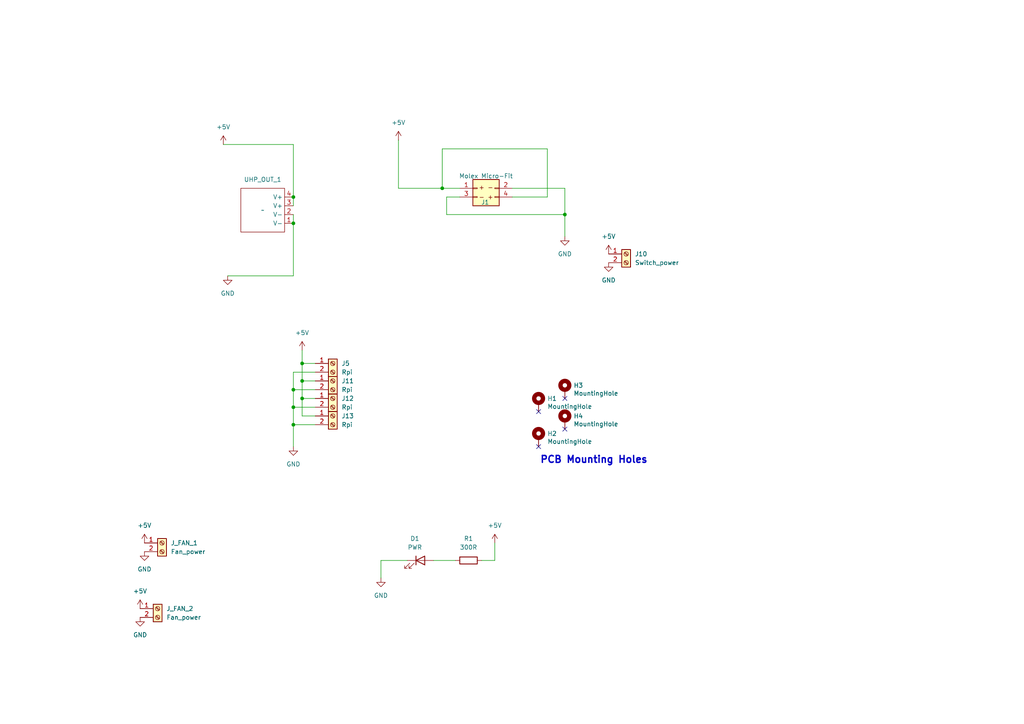
<source format=kicad_sch>
(kicad_sch (version 20231120) (generator "eeschema") (generator_version "8.0")
  (paper "A4")
  (lib_symbols
    (symbol "+5V_1" (power) (pin_numbers hide) (pin_names (offset 0) hide)
      (property "Value" "+5V" (at 0 3.556 0))
      (symbol "+5V_1_0_1"
        (polyline (pts (xy -0.762 1.27) (xy 0 2.54)))
        (polyline (pts (xy 0 0) (xy 0 2.54)))
        (polyline (pts (xy 0 2.54) (xy 0.762 1.27)))
      )
      (symbol "+5V_1_1_1"
        (pin power_in line (at 0 0 90) (length 0) (name "~") (number "1"))
      )
    )
    (symbol "Connector:Screw_Terminal_01x02" (pin_names (offset 1.016) hide)
      (property "Reference" "J" (at 0 2.54 0))
      (property "Value" "Screw_Terminal_01x02" (at 0 -5.08 0))
      (symbol "Screw_Terminal_01x02_1_1"
        (rectangle (start -1.27 1.27) (end 1.27 -3.81) (stroke (width 0.254)) (fill (type background)))
        (circle (center 0 -2.54) (radius 0.635) (stroke (width 0.1524)))
        (polyline (pts (xy -0.5334 -2.2098) (xy 0.3302 -3.048)) (stroke (width 0.1524)))
        (polyline (pts (xy -0.5334 0.3302) (xy 0.3302 -0.508)) (stroke (width 0.1524)))
        (polyline (pts (xy -0.3556 -2.032) (xy 0.508 -2.8702)) (stroke (width 0.1524)))
        (polyline (pts (xy -0.3556 0.508) (xy 0.508 -0.3302)) (stroke (width 0.1524)))
        (circle (center 0 0) (radius 0.635) (stroke (width 0.1524)))
        (pin passive line (at -5.08 0 0) (length 3.81) (name "Pin_1") (number "1"))
        (pin passive line (at -5.08 -2.54 0) (length 3.81) (name "Pin_2") (number "2"))
      )
    )
    (symbol "Connector_Generic:Conn_02x02_Odd_Even" (pin_names (offset 1.016) hide)
      (property "Reference" "J1" (at -0.254 -2.794 0))
      (property "Value" "Molex Micro-Fit" (at 0 4.826 0))
      (symbol "Conn_02x02_Odd_Even_1_1"
        (rectangle (start -3.81 -1.143) (end -2.54 -1.397) (stroke (width 0.1524)))
        (rectangle (start -3.81 1.397) (end -2.54 1.143) (stroke (width 0.1524)))
        (rectangle (start -3.81 3.81) (end 3.81 -3.81) (stroke (width 0.254)) (fill (type background)))
        (rectangle (start 2.54 1.397) (end 3.81 1.143) (stroke (width 0.1524)))
        (rectangle (start 3.81 -1.143) (end 2.54 -1.397) (stroke (width 0.1524)))
        (text "+" (at -1.27 1.524 0) (effects (font (size 1.27 1.27))))
        (text "+" (at 1.27 -1.27 0) (effects (font (size 1.27 1.27))))
        (text "-" (at -1.27 -1.27 0) (effects (font (size 1.27 1.27))))
        (text "-" (at 1.27 1.524 0) (effects (font (size 1.27 1.27))))
        (pin power_in line (at -7.62 1.27 0) (length 3.81) (name "5V") (number "1"))
        (pin power_in line (at 7.62 1.27 180) (length 3.81) (name "GND") (number "2"))
        (pin power_in line (at -7.62 -1.27 0) (length 3.81) (name "GND") (number "3"))
        (pin power_in line (at 7.62 -1.27 180) (length 3.81) (name "Pin_4") (number "4"))
      )
    )
    (symbol "Device:LED" (pin_numbers hide) (pin_names (offset 1.016) hide)
      (property "Reference" "D" (at 0 2.54 0))
      (property "Value" "LED" (at 0 -2.54 0))
      (symbol "LED_0_1"
        (polyline (pts (xy -1.27 -1.27) (xy -1.27 1.27)) (stroke (width 0.254)))
        (polyline (pts (xy -1.27 0) (xy 1.27 0)))
        (polyline (pts (xy 1.27 -1.27) (xy 1.27 1.27) (xy -1.27 0) (xy 1.27 -1.27)) (stroke (width 0.254)))
        (polyline (pts (xy -3.048 -0.762) (xy -4.572 -2.286) (xy -3.81 -2.286) (xy -4.572 -2.286) (xy -4.572 -1.524)))
        (polyline (pts (xy -1.778 -0.762) (xy -3.302 -2.286) (xy -2.54 -2.286) (xy -3.302 -2.286) (xy -3.302 -1.524)))
      )
      (symbol "LED_1_1"
        (pin passive line (at -3.81 0 0) (length 2.54) (name "K") (number "1"))
        (pin passive line (at 3.81 0 180) (length 2.54) (name "A") (number "2"))
      )
    )
    (symbol "Device:R" (pin_numbers hide) (pin_names (offset 0))
      (property "Reference" "R" (at 2.032 0 90))
      (property "Value" "R" (at 0 0 90))
      (symbol "R_0_1"
        (rectangle (start -1.016 -2.54) (end 1.016 2.54) (stroke (width 0.254)))
      )
      (symbol "R_1_1"
        (pin passive line (at 0 3.81 270) (length 1.27) (name "~") (number "1"))
        (pin passive line (at 0 -3.81 90) (length 1.27) (name "~") (number "2"))
      )
    )
    (symbol "Mechanical:MountingHole_Pad" (pin_numbers hide) (pin_names (offset 1.016) hide) (exclude_from_sim yes) (in_bom no)
      (property "Reference" "H" (at 0 6.35 0))
      (property "Value" "MountingHole_Pad" (at 0 4.445 0))
      (symbol "MountingHole_Pad_0_1"
        (circle (center 0 1.27) (radius 1.27) (stroke (width 1.27)))
      )
      (symbol "MountingHole_Pad_1_1"
        (pin input line (at 0 -2.54 90) (length 2.54) (name "1") (number "1"))
      )
    )
    (symbol "power:+5V" (power) (pin_names (offset 0))
      (property "Value" "+5V" (at 0 3.556 0))
      (symbol "+5V_0_1"
        (polyline (pts (xy -0.762 1.27) (xy 0 2.54)))
        (polyline (pts (xy 0 0) (xy 0 2.54)))
        (polyline (pts (xy 0 2.54) (xy 0.762 1.27)))
      )
      (symbol "+5V_1_1"
        (pin power_in line (at 0 0 90) (length 0) hide (name "+5V") (number "1"))
      )
    )
    (symbol "power:GND" (power) (pin_names (offset 0))
      (property "Value" "GND" (at 0 -3.81 0))
      (symbol "GND_0_1"
        (polyline (pts (xy 0 0) (xy 0 -1.27) (xy 1.27 -1.27) (xy 0 -2.54) (xy -1.27 -1.27) (xy 0 -1.27)))
      )
      (symbol "GND_1_1"
        (pin power_in line (at 0 0 270) (length 0) hide (name "GND") (number "1"))
      )
    )
    (symbol "power_supply:UPH-200A-5_output"
      (property "Reference" "UHP_OUT" (at 0 8.89 0))
      (property "Value" "~" (at 0 0 0))
      (symbol "UPH-200A-5_output_0_1"
        (rectangle (start -6.35 6.35) (end 6.35 -6.35))
      )
      (symbol "UPH-200A-5_output_1_1"
        (pin power_out line (at 8.89 -3.81 180) (length 2.54) (name "V-") (number "1"))
        (pin passive line (at 8.89 -1.27 180) (length 2.54) (name "V-") (number "2"))
        (pin passive line (at 8.89 1.27 180) (length 2.54) (name "V+") (number "3"))
        (pin power_out line (at 8.89 3.81 180) (length 2.54) (name "V+") (number "4"))
      )
    )
  )
  (junction (at 85.09 113.03))
  (junction (at 85.09 118.11))
  (junction (at 87.63 110.49))
  (junction (at 85.09 64.77))
  (junction (at 163.83 62.23))
  (junction (at 87.63 105.41))
  (junction (at 128.27 54.61))
  (junction (at 85.09 123.19))
  (junction (at 85.09 57.15))
  (junction (at 87.63 115.57))
  (no_connect (at 163.83 124.46))
  (no_connect (at 156.21 129.54))
  (no_connect (at 163.83 115.57))
  (no_connect (at 156.21 119.38))
  (wire (pts (xy 133.35 57.15) (xy 129.54 57.15)))
  (wire (pts (xy 85.09 118.11) (xy 85.09 123.19)))
  (wire (pts (xy 91.44 107.95) (xy 85.09 107.95)))
  (wire (pts (xy 85.09 113.03) (xy 91.44 113.03)))
  (wire (pts (xy 87.63 105.41) (xy 87.63 110.49)))
  (wire (pts (xy 64.77 41.91) (xy 85.09 41.91)))
  (wire (pts (xy 128.27 43.18) (xy 128.27 54.61)))
  (wire (pts (xy 110.49 162.56) (xy 110.49 167.64)))
  (wire (pts (xy 87.63 101.6) (xy 87.63 105.41)))
  (wire (pts (xy 125.73 162.56) (xy 132.08 162.56)))
  (wire (pts (xy 148.59 57.15) (xy 158.75 57.15)))
  (wire (pts (xy 87.63 110.49) (xy 87.63 115.57)))
  (wire (pts (xy 139.7 162.56) (xy 143.51 162.56)))
  (wire (pts (xy 91.44 120.65) (xy 87.63 120.65)))
  (wire (pts (xy 143.51 157.48) (xy 143.51 162.56)))
  (wire (pts (xy 128.27 54.61) (xy 115.57 54.61)))
  (wire (pts (xy 85.09 57.15) (xy 85.09 41.91)))
  (wire (pts (xy 66.04 80.01) (xy 85.09 80.01)))
  (wire (pts (xy 85.09 62.23) (xy 85.09 64.77)))
  (wire (pts (xy 163.83 62.23) (xy 163.83 68.58)))
  (wire (pts (xy 133.35 54.61) (xy 128.27 54.61)))
  (wire (pts (xy 148.59 54.61) (xy 163.83 54.61)))
  (wire (pts (xy 85.09 123.19) (xy 91.44 123.19)))
  (wire (pts (xy 129.54 57.15) (xy 129.54 62.23)))
  (wire (pts (xy 87.63 115.57) (xy 87.63 120.65)))
  (wire (pts (xy 163.83 54.61) (xy 163.83 62.23)))
  (wire (pts (xy 85.09 118.11) (xy 91.44 118.11)))
  (wire (pts (xy 118.11 162.56) (xy 110.49 162.56)))
  (wire (pts (xy 87.63 105.41) (xy 91.44 105.41)))
  (wire (pts (xy 115.57 40.64) (xy 115.57 54.61)))
  (wire (pts (xy 85.09 113.03) (xy 85.09 118.11)))
  (wire (pts (xy 85.09 59.69) (xy 85.09 57.15)))
  (wire (pts (xy 129.54 62.23) (xy 163.83 62.23)))
  (wire (pts (xy 87.63 115.57) (xy 91.44 115.57)))
  (wire (pts (xy 85.09 123.19) (xy 85.09 129.54)))
  (wire (pts (xy 85.09 107.95) (xy 85.09 113.03)))
  (wire (pts (xy 87.63 110.49) (xy 91.44 110.49)))
  (wire (pts (xy 85.09 64.77) (xy 85.09 80.01)))
  (wire (pts (xy 158.75 57.15) (xy 158.75 43.18)))
  (wire (pts (xy 158.75 43.18) (xy 128.27 43.18)))
  (text "PCB Mounting Holes" (at 187.96 134.62 0) (effects (font (size 2.0066 2.0066) (thickness 0.4013) (bold yes)) (justify right bottom)))
  (symbol (lib_id "Mechanical:MountingHole_Pad") (at 163.83 121.92 0) (unit 1)
    (property "Reference" "H4" (at 166.37 120.6754 0) (effects (justify left)))
    (property "Value" "MountingHole" (at 166.37 122.9868 0) (effects (justify left)))
    (property "Footprint" "MountingHole:MountingHole_2.2mm_M2_Pad_Via" (effects (hide yes)))
  )
  (symbol (lib_id "power_supply:UPH-200A-5_output") (at 76.2 60.96 0) (unit 1)
    (property "Reference" "UHP_OUT_1" (at 76.2 52.07 0))
    (property "Value" "~" (at 76.2 60.96 0))
    (property "Footprint" "power_supply:UHP-200A-5_output" (effects (hide yes)))
  )
  (symbol (lib_id "power:+5V") (at 64.77 41.91 0) (unit 1)
    (property "Reference" "#PWR06" (effects (hide yes)))
    (property "Value" "+5V" (at 64.77 36.83 0))
  )
  (symbol (lib_id "power:+5V") (at 143.51 157.48 0) (unit 1)
    (property "Reference" "#PWR010" (effects (hide yes)))
    (property "Value" "+5V" (at 143.51 152.4 0))
  )
  (symbol (lib_id "Connector_Generic:Conn_02x02_Odd_Even") (at 140.97 55.88 0) (unit 1)
    (property "Reference" "J1" (at 140.716 58.674 0))
    (property "Value" "Molex Micro-Fit" (at 140.97 51.054 0))
    (property "Footprint" "Connector_Molex:Molex_Micro-Fit_3.0_43045-0400_2x02_P3.00mm_Horizontal" (effects (hide yes)))
    (property "Description" "Generic connector, double row, 02x02, odd/even pin numbering scheme (row 1 odd numbers, row 2 even numbers), script generated (kicad-library-utils/schlib/autogen/connector/)" (effects (hide yes)))
    (property "LCSC" "C122413" (effects (hide yes)))
  )
  (symbol (lib_id "power:GND") (at 110.49 167.64 0) (unit 1)
    (property "Reference" "#PWR09" (effects (hide yes)))
    (property "Value" "GND" (at 110.49 172.72 0))
  )
  (symbol (lib_id "power:+5V") (at 41.91 157.48 0) (unit 1)
    (property "Reference" "#PWR03" (effects (hide yes)))
    (property "Value" "+5V" (at 41.91 152.4 0))
  )
  (symbol (lib_id "Mechanical:MountingHole_Pad") (at 156.21 116.84 0) (unit 1)
    (property "Reference" "H1" (at 158.75 115.5954 0) (effects (justify left)))
    (property "Value" "MountingHole" (at 158.75 117.9068 0) (effects (justify left)))
    (property "Footprint" "MountingHole:MountingHole_2.2mm_M2_Pad_Via" (effects (hide yes)))
  )
  (symbol (lib_id "power:GND") (at 176.53 76.2 0) (unit 1)
    (property "Reference" "#PWR013" (effects (hide yes)))
    (property "Value" "GND" (at 176.53 81.28 0))
  )
  (symbol (lib_id "power:+5V") (at 87.63 101.6 0) (unit 1)
    (property "Reference" "#PWR014" (effects (hide yes)))
    (property "Value" "+5V" (at 87.63 96.52 0))
  )
  (symbol (lib_id "Connector:Screw_Terminal_01x02") (at 96.52 115.57 0) (unit 1)
    (property "Reference" "J12" (at 99.06 115.57 0) (effects (justify left)))
    (property "Value" "Rpi" (at 99.06 118.11 0) (effects (justify left)))
    (property "Footprint" "TerminalBlock_Phoenix:TerminalBlock_Phoenix_MKDS-1,5-2-5.08_1x02_P5.08mm_Horizontal" (effects (hide yes)))
    (property "link" "https://www.distrelec.ch/en/pcb-terminal-block-tht-08mm-pitch-right-angle-screw-poles-phoenix-contact-1729128/p/14845038?trackQuery=cat-DNAV_PL_041112&pos=158&origPos=3&origPageSize=50&track=true&filterapplied=filter_Manufacturer%3DPhoenix+Contact%26filter_Poles%3D2&sid=bb54ffdf67571d7f8ae2c5ccfd0dc2f2bae3128c&itemList=category" (effects (hide yes)))
  )
  (symbol (lib_id "Mechanical:MountingHole_Pad") (at 163.83 113.03 0) (unit 1)
    (property "Reference" "H3" (at 166.37 111.7854 0) (effects (justify left)))
    (property "Value" "MountingHole" (at 166.37 114.0968 0) (effects (justify left)))
    (property "Footprint" "MountingHole:MountingHole_2.2mm_M2_Pad_Via" (effects (hide yes)))
  )
  (symbol (lib_id "power:GND") (at 41.91 160.02 0) (unit 1)
    (property "Reference" "#PWR01" (effects (hide yes)))
    (property "Value" "GND" (at 41.91 165.1 0))
  )
  (symbol (lib_id "power:GND") (at 40.64 179.07 0) (unit 1)
    (property "Reference" "#PWR02" (effects (hide yes)))
    (property "Value" "GND" (at 40.64 184.15 0))
  )
  (symbol (lib_name "+5V_1") (lib_id "power:+5V") (at 115.57 40.64 0) (unit 1)
    (property "Reference" "#PWR05" (effects (hide yes)))
    (property "Value" "+5V" (at 115.57 35.56 0))
    (property "Description" "Power symbol creates a global label with name \"+5V\"" (effects (hide yes)))
  )
  (symbol (lib_id "Connector:Screw_Terminal_01x02") (at 96.52 120.65 0) (unit 1)
    (property "Reference" "J13" (at 99.06 120.65 0) (effects (justify left)))
    (property "Value" "Rpi" (at 99.06 123.19 0) (effects (justify left)))
    (property "Footprint" "TerminalBlock_Phoenix:TerminalBlock_Phoenix_MKDS-1,5-2-5.08_1x02_P5.08mm_Horizontal" (effects (hide yes)))
    (property "link" "https://www.distrelec.ch/en/pcb-terminal-block-tht-08mm-pitch-right-angle-screw-poles-phoenix-contact-1729128/p/14845038?trackQuery=cat-DNAV_PL_041112&pos=158&origPos=3&origPageSize=50&track=true&filterapplied=filter_Manufacturer%3DPhoenix+Contact%26filter_Poles%3D2&sid=bb54ffdf67571d7f8ae2c5ccfd0dc2f2bae3128c&itemList=category" (effects (hide yes)))
  )
  (symbol (lib_id "Connector:Screw_Terminal_01x02") (at 181.61 73.66 0) (unit 1)
    (property "Reference" "J10" (at 184.15 73.66 0) (effects (justify left)))
    (property "Value" "Switch_power" (at 184.15 76.2 0) (effects (justify left)))
    (property "Footprint" "TerminalBlock_Phoenix:TerminalBlock_Phoenix_MKDS-1,5-2-5.08_1x02_P5.08mm_Horizontal" (effects (hide yes)))
    (property "link" "https://www.distrelec.ch/en/pcb-terminal-block-tht-08mm-pitch-right-angle-screw-poles-phoenix-contact-1729128/p/14845038?trackQuery=cat-DNAV_PL_041112&pos=158&origPos=3&origPageSize=50&track=true&filterapplied=filter_Manufacturer%3DPhoenix+Contact%26filter_Poles%3D2&sid=bb54ffdf67571d7f8ae2c5ccfd0dc2f2bae3128c&itemList=category" (effects (hide yes)))
  )
  (symbol (lib_id "power:GND") (at 85.09 129.54 0) (unit 1)
    (property "Reference" "#PWR015" (effects (hide yes)))
    (property "Value" "GND" (at 85.09 134.62 0))
  )
  (symbol (lib_id "power:+5V") (at 40.64 176.53 0) (unit 1)
    (property "Reference" "#PWR04" (effects (hide yes)))
    (property "Value" "+5V" (at 40.64 171.45 0))
  )
  (symbol (lib_id "power:+5V") (at 176.53 73.66 0) (unit 1)
    (property "Reference" "#PWR012" (effects (hide yes)))
    (property "Value" "+5V" (at 176.53 68.58 0))
  )
  (symbol (lib_id "Connector:Screw_Terminal_01x02") (at 46.99 157.48 0) (unit 1)
    (property "Reference" "J_FAN_1" (at 49.53 157.4799 0) (effects (justify left)))
    (property "Value" "Fan_power" (at 49.53 160.0199 0) (effects (justify left)))
    (property "Footprint" "TerminalBlock_Phoenix:TerminalBlock_Phoenix_MKDS-1,5-2-5.08_1x02_P5.08mm_Horizontal" (effects (hide yes)))
    (property "Description" "Generic screw terminal, single row, 01x02, script generated (kicad-library-utils/schlib/autogen/connector/)" (effects (hide yes)))
  )
  (symbol (lib_id "power:GND") (at 163.83 68.58 0) (unit 1)
    (property "Reference" "#PWR08" (effects (hide yes)))
    (property "Value" "GND" (at 163.83 73.66 0))
  )
  (symbol (lib_id "Device:R") (at 135.89 162.56 90) (unit 1)
    (property "Reference" "R1" (at 135.89 156.21 90))
    (property "Value" "300R" (at 135.89 158.75 90))
    (property "Footprint" "Resistor_THT:R_Axial_DIN0207_L6.3mm_D2.5mm_P15.24mm_Horizontal" (effects (hide yes)))
    (property "Description" "Resistor" (effects (hide yes)))
  )
  (symbol (lib_id "Connector:Screw_Terminal_01x02") (at 96.52 110.49 0) (unit 1)
    (property "Reference" "J11" (at 99.06 110.49 0) (effects (justify left)))
    (property "Value" "Rpi" (at 99.06 113.03 0) (effects (justify left)))
    (property "Footprint" "TerminalBlock_Phoenix:TerminalBlock_Phoenix_MKDS-1,5-2-5.08_1x02_P5.08mm_Horizontal" (effects (hide yes)))
    (property "link" "https://www.distrelec.ch/en/pcb-terminal-block-tht-08mm-pitch-right-angle-screw-poles-phoenix-contact-1729128/p/14845038?trackQuery=cat-DNAV_PL_041112&pos=158&origPos=3&origPageSize=50&track=true&filterapplied=filter_Manufacturer%3DPhoenix+Contact%26filter_Poles%3D2&sid=bb54ffdf67571d7f8ae2c5ccfd0dc2f2bae3128c&itemList=category" (effects (hide yes)))
  )
  (symbol (lib_id "Connector:Screw_Terminal_01x02") (at 96.52 105.41 0) (unit 1)
    (property "Reference" "J5" (at 99.06 105.41 0) (effects (justify left)))
    (property "Value" "Rpi" (at 99.06 107.95 0) (effects (justify left)))
    (property "Footprint" "TerminalBlock_Phoenix:TerminalBlock_Phoenix_MKDS-1,5-2-5.08_1x02_P5.08mm_Horizontal" (effects (hide yes)))
    (property "link" "https://www.distrelec.ch/en/pcb-terminal-block-tht-08mm-pitch-right-angle-screw-poles-phoenix-contact-1729128/p/14845038?trackQuery=cat-DNAV_PL_041112&pos=158&origPos=3&origPageSize=50&track=true&filterapplied=filter_Manufacturer%3DPhoenix+Contact%26filter_Poles%3D2&sid=bb54ffdf67571d7f8ae2c5ccfd0dc2f2bae3128c&itemList=category" (effects (hide yes)))
  )
  (symbol (lib_id "power:GND") (at 66.04 80.01 0) (unit 1)
    (property "Reference" "#PWR07" (effects (hide yes)))
    (property "Value" "GND" (at 66.04 85.09 0))
  )
  (symbol (lib_id "Device:LED") (at 121.92 162.56 0) (unit 1)
    (property "Reference" "D1" (at 120.3325 156.21 0))
    (property "Value" "PWR" (at 120.3325 158.75 0))
    (property "Footprint" "LED_THT:LED_D3.0mm" (effects (hide yes)))
    (property "Description" "Light emitting diode" (effects (hide yes)))
  )
  (symbol (lib_id "Mechanical:MountingHole_Pad") (at 156.21 127 0) (unit 1)
    (property "Reference" "H2" (at 158.75 125.7554 0) (effects (justify left)))
    (property "Value" "MountingHole" (at 158.75 128.0668 0) (effects (justify left)))
    (property "Footprint" "MountingHole:MountingHole_2.2mm_M2_Pad_Via" (effects (hide yes)))
  )
  (symbol (lib_id "Connector:Screw_Terminal_01x02") (at 45.72 176.53 0) (unit 1)
    (property "Reference" "J_FAN_2" (at 48.26 176.5299 0) (effects (justify left)))
    (property "Value" "Fan_power" (at 48.26 179.0699 0) (effects (justify left)))
    (property "Footprint" "TerminalBlock_Phoenix:TerminalBlock_Phoenix_MKDS-1,5-2-5.08_1x02_P5.08mm_Horizontal" (effects (hide yes)))
    (property "Description" "Generic screw terminal, single row, 01x02, script generated (kicad-library-utils/schlib/autogen/connector/)" (effects (hide yes)))
  )
)
</source>
